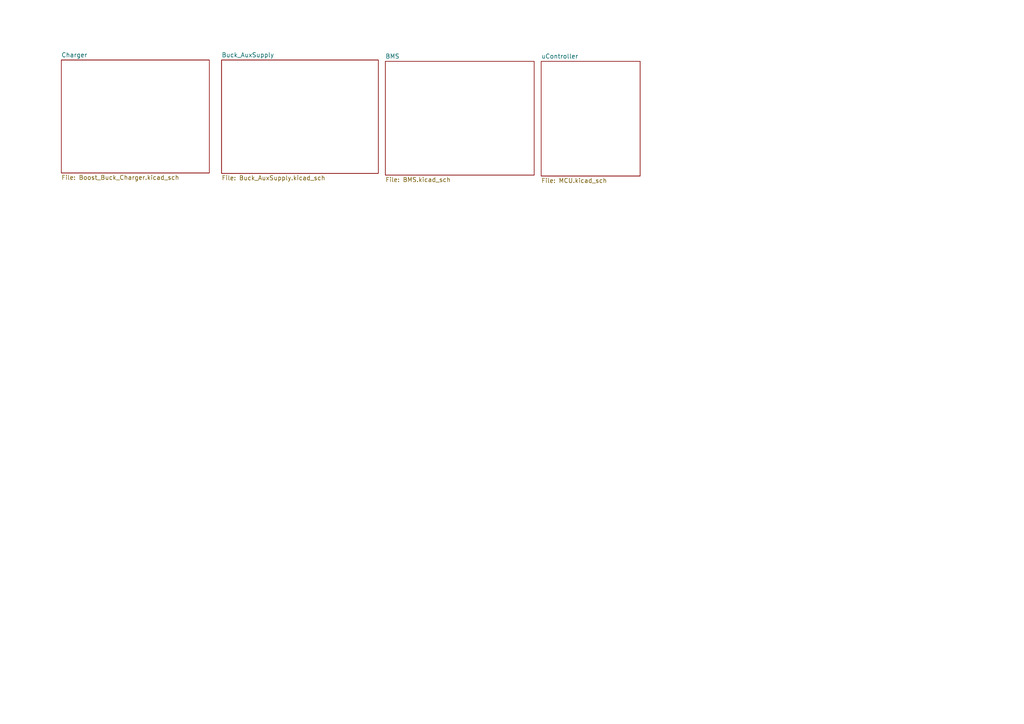
<source format=kicad_sch>
(kicad_sch
	(version 20231120)
	(generator "eeschema")
	(generator_version "8.0")
	(uuid "ff2097b9-18f0-4f1b-b5ae-e544c933f457")
	(paper "A4")
	(lib_symbols)
	(sheet
		(at 17.78 17.399)
		(size 42.926 32.766)
		(fields_autoplaced yes)
		(stroke
			(width 0.1524)
			(type solid)
		)
		(fill
			(color 0 0 0 0.0000)
		)
		(uuid "2d2ea07a-5a04-42b7-81bf-161e4b2ced6d")
		(property "Sheetname" "Charger"
			(at 17.78 16.6874 0)
			(effects
				(font
					(size 1.27 1.27)
				)
				(justify left bottom)
			)
		)
		(property "Sheetfile" "Boost_Buck_Charger.kicad_sch"
			(at 17.78 50.7496 0)
			(effects
				(font
					(size 1.27 1.27)
				)
				(justify left top)
			)
		)
		(instances
			(project "v241218_Octopus_VerA1"
				(path "/ff2097b9-18f0-4f1b-b5ae-e544c933f457"
					(page "2")
				)
			)
		)
	)
	(sheet
		(at 156.972 17.78)
		(size 28.702 33.274)
		(fields_autoplaced yes)
		(stroke
			(width 0.1524)
			(type solid)
		)
		(fill
			(color 0 0 0 0.0000)
		)
		(uuid "40ad7420-915d-46b5-8b8e-f242e0d1f34b")
		(property "Sheetname" "uController"
			(at 156.972 17.0684 0)
			(effects
				(font
					(size 1.27 1.27)
				)
				(justify left bottom)
			)
		)
		(property "Sheetfile" "MCU.kicad_sch"
			(at 156.972 51.6386 0)
			(effects
				(font
					(size 1.27 1.27)
				)
				(justify left top)
			)
		)
		(instances
			(project "v241218_Octopus_VerA1"
				(path "/ff2097b9-18f0-4f1b-b5ae-e544c933f457"
					(page "5")
				)
			)
		)
	)
	(sheet
		(at 64.262 17.399)
		(size 45.466 32.893)
		(fields_autoplaced yes)
		(stroke
			(width 0.1524)
			(type solid)
		)
		(fill
			(color 0 0 0 0.0000)
		)
		(uuid "dba73e43-fb45-4809-b6cb-4e4f9073e894")
		(property "Sheetname" "Buck_AuxSupply"
			(at 64.262 16.6874 0)
			(effects
				(font
					(size 1.27 1.27)
				)
				(justify left bottom)
			)
		)
		(property "Sheetfile" "Buck_AuxSupply.kicad_sch"
			(at 64.262 50.8766 0)
			(effects
				(font
					(size 1.27 1.27)
				)
				(justify left top)
			)
		)
		(instances
			(project "v241218_Octopus_VerA1"
				(path "/ff2097b9-18f0-4f1b-b5ae-e544c933f457"
					(page "3")
				)
			)
		)
	)
	(sheet
		(at 111.76 17.78)
		(size 43.18 33.02)
		(fields_autoplaced yes)
		(stroke
			(width 0.1524)
			(type solid)
		)
		(fill
			(color 0 0 0 0.0000)
		)
		(uuid "e6af6ac6-6a48-42d6-b31d-dc24de07c7f0")
		(property "Sheetname" "BMS"
			(at 111.76 17.0684 0)
			(effects
				(font
					(size 1.27 1.27)
				)
				(justify left bottom)
			)
		)
		(property "Sheetfile" "BMS.kicad_sch"
			(at 111.76 51.3846 0)
			(effects
				(font
					(size 1.27 1.27)
				)
				(justify left top)
			)
		)
		(instances
			(project "v241218_Octopus_VerA1"
				(path "/ff2097b9-18f0-4f1b-b5ae-e544c933f457"
					(page "4")
				)
			)
		)
	)
	(sheet_instances
		(path "/"
			(page "1")
		)
	)
)

</source>
